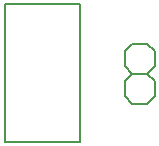
<source format=gbr>
G04 EAGLE Gerber RS-274X export*
G75*
%MOMM*%
%FSLAX34Y34*%
%LPD*%
%INSilkscreen Top*%
%IPPOS*%
%AMOC8*
5,1,8,0,0,1.08239X$1,22.5*%
G01*
G04 Define Apertures*
%ADD10C,0.127000*%
%ADD11C,0.152400*%
D10*
X-31783Y-57751D02*
X-31783Y58555D01*
X32009Y58555D01*
X32009Y-57751D01*
X-31783Y-57751D01*
D11*
X95430Y6350D02*
X95430Y19050D01*
X95430Y6350D02*
X89080Y0D01*
X76380Y0D01*
X70030Y6350D01*
X76380Y25400D02*
X89080Y25400D01*
X95430Y19050D01*
X76380Y25400D02*
X70030Y19050D01*
X70030Y6350D01*
X89080Y0D02*
X95430Y-6350D01*
X95430Y-19050D01*
X89080Y-25400D01*
X76380Y-25400D01*
X70030Y-19050D01*
X70030Y-6350D01*
X76380Y0D01*
M02*

</source>
